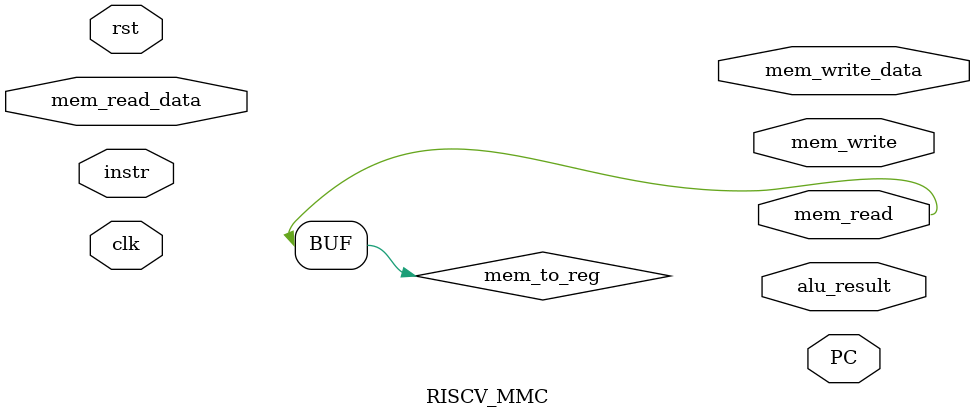
<source format=sv>
`timescale 1ns / 1ps


module RISCV_MMC(
    input clk,
    input rst,
    //input Interrupt,      // for optional future use.
    input [31:0] instr,
    input [31:0] mem_read_data,       // v2: Renamed to support lb/lbu/lh/lhu
    output mem_read,
    output reg mem_write,  // Delete reg for release. v2: Changed to column-wise write enable to support sb/sw. Each column is a byte.
    output [31:0] PC,
    output [31:0] alu_result,
    output reg [31:0] mem_write_data  // Delete reg for release. v2: Renamed to support sb/sw
    );

	assign mem_read = mem_to_reg; // This is needed for the proper functionality of some devices such as UART CONSOLE

	// Create all the wires/logic signals you need here

	// Instantiate your extender module here

	// Instantiate your instruction decoder here

	// Instantiate your ALU here



	// Instantiate the Register File

	// Instantiate the PC Logic

	// Instantiate the Program Counter

endmodule

</source>
